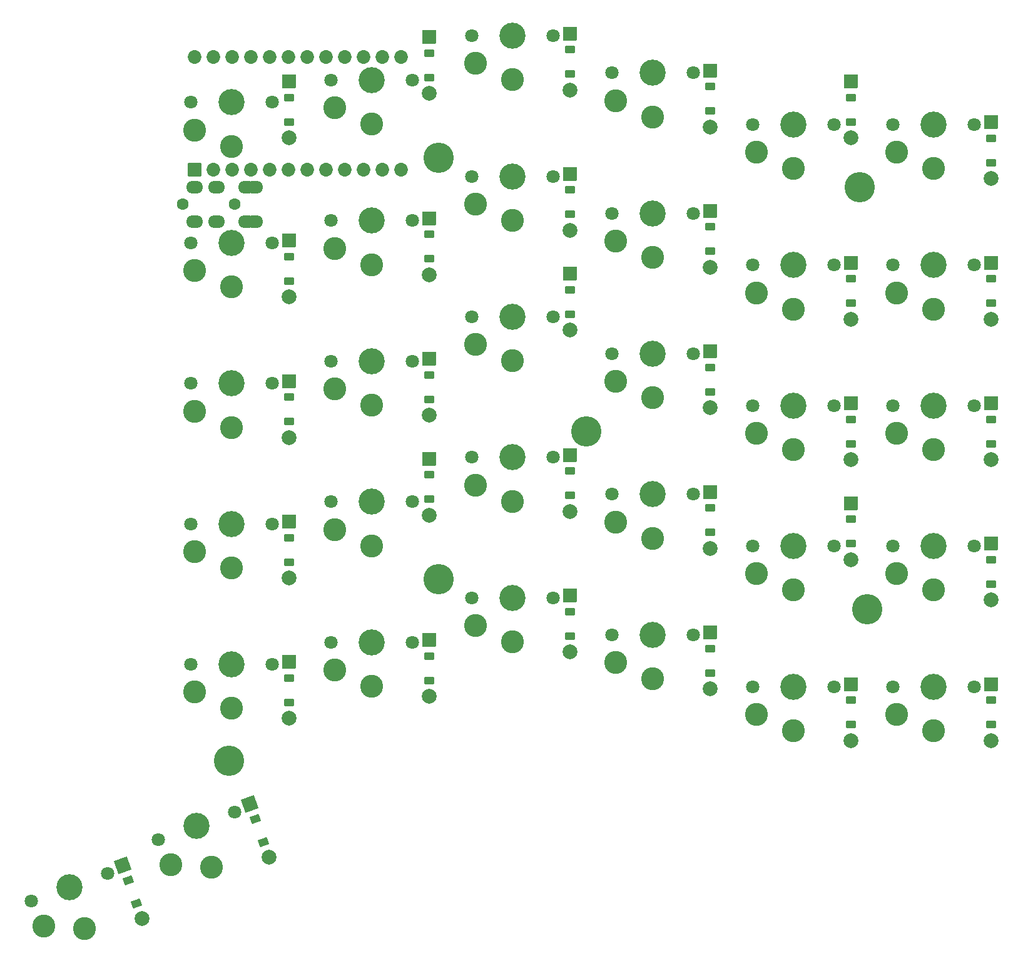
<source format=gts>
%TF.GenerationSoftware,KiCad,Pcbnew,9.0.6*%
%TF.CreationDate,2025-11-12T17:31:49+01:00*%
%TF.ProjectId,right_finished,72696768-745f-4666-996e-69736865642e,1*%
%TF.SameCoordinates,Original*%
%TF.FileFunction,Soldermask,Top*%
%TF.FilePolarity,Negative*%
%FSLAX46Y46*%
G04 Gerber Fmt 4.6, Leading zero omitted, Abs format (unit mm)*
G04 Created by KiCad (PCBNEW 9.0.6) date 2025-11-12 17:31:49*
%MOMM*%
%LPD*%
G01*
G04 APERTURE LIST*
G04 Aperture macros list*
%AMRoundRect*
0 Rectangle with rounded corners*
0 $1 Rounding radius*
0 $2 $3 $4 $5 $6 $7 $8 $9 X,Y pos of 4 corners*
0 Add a 4 corners polygon primitive as box body*
4,1,4,$2,$3,$4,$5,$6,$7,$8,$9,$2,$3,0*
0 Add four circle primitives for the rounded corners*
1,1,$1+$1,$2,$3*
1,1,$1+$1,$4,$5*
1,1,$1+$1,$6,$7*
1,1,$1+$1,$8,$9*
0 Add four rect primitives between the rounded corners*
20,1,$1+$1,$2,$3,$4,$5,0*
20,1,$1+$1,$4,$5,$6,$7,0*
20,1,$1+$1,$6,$7,$8,$9,0*
20,1,$1+$1,$8,$9,$2,$3,0*%
G04 Aperture macros list end*
%ADD10C,4.100000*%
%ADD11RoundRect,0.050000X-0.889000X0.889000X-0.889000X-0.889000X0.889000X-0.889000X0.889000X0.889000X0*%
%ADD12RoundRect,0.050000X-0.600000X0.450000X-0.600000X-0.450000X0.600000X-0.450000X0.600000X0.450000X0*%
%ADD13C,2.005000*%
%ADD14C,1.801800*%
%ADD15C,3.100000*%
%ADD16C,3.529000*%
%ADD17RoundRect,0.050000X-0.876300X-0.876300X0.876300X-0.876300X0.876300X0.876300X-0.876300X0.876300X0*%
%ADD18C,1.852600*%
%ADD19RoundRect,0.050000X-1.139443X0.531331X-0.531331X-1.139443X1.139443X-0.531331X0.531331X1.139443X0*%
%ADD20RoundRect,0.050000X-0.717725X0.217650X-0.409907X-0.628074X0.717725X-0.217650X0.409907X0.628074X0*%
%ADD21C,1.600000*%
%ADD22O,2.300000X1.700000*%
G04 APERTURE END LIST*
D10*
%TO.C,*%
X196225000Y-162050000D03*
%TD*%
D11*
%TO.C,D11*%
X233025000Y-131240000D03*
D12*
X233025000Y-133400000D03*
X233025000Y-136700000D03*
D13*
X233025000Y-138860000D03*
%TD*%
D11*
%TO.C,D29*%
X195025000Y-88740000D03*
D12*
X195025000Y-90900000D03*
X195025000Y-94200000D03*
D13*
X195025000Y-96360000D03*
%TD*%
D14*
%TO.C,S27*%
X173725000Y-154550000D03*
D15*
X168225000Y-160500000D03*
D16*
X168225000Y-154550000D03*
D15*
X163225000Y-158300000D03*
D14*
X162725000Y-154550000D03*
%TD*%
D11*
%TO.C,D25*%
X252025000Y-151740000D03*
D12*
X252025000Y-153900000D03*
X252025000Y-157200000D03*
D13*
X252025000Y-159360000D03*
%TD*%
D11*
%TO.C,D7*%
X252025000Y-138240000D03*
D12*
X252025000Y-140400000D03*
X252025000Y-143700000D03*
D13*
X252025000Y-145860000D03*
%TD*%
D14*
%TO.C,S10*%
X249725000Y-100550000D03*
D15*
X244225000Y-106500000D03*
D16*
X244225000Y-100550000D03*
D15*
X239225000Y-104300000D03*
D14*
X238725000Y-100550000D03*
%TD*%
D11*
%TO.C,D14*%
X214025000Y-164240000D03*
D12*
X214025000Y-166400000D03*
X214025000Y-169700000D03*
D13*
X214025000Y-171860000D03*
%TD*%
D11*
%TO.C,D6*%
X252025000Y-176240000D03*
D12*
X252025000Y-178400000D03*
X252025000Y-181700000D03*
D13*
X252025000Y-183860000D03*
%TD*%
D10*
%TO.C,*%
X167915050Y-186547545D03*
%TD*%
D14*
%TO.C,S21*%
X192725000Y-170550000D03*
D15*
X187225000Y-176500000D03*
D16*
X187225000Y-170550000D03*
D15*
X182225000Y-174300000D03*
D14*
X181725000Y-170550000D03*
%TD*%
D11*
%TO.C,D28*%
X195025000Y-145740000D03*
D12*
X195025000Y-147900000D03*
X195025000Y-151200000D03*
D13*
X195025000Y-153360000D03*
%TD*%
D14*
%TO.C,S28*%
X173725000Y-135550000D03*
D15*
X168225000Y-141500000D03*
D16*
X168225000Y-135550000D03*
D15*
X163225000Y-139300000D03*
D14*
X162725000Y-135550000D03*
%TD*%
D11*
%TO.C,D21*%
X176025000Y-173240000D03*
D12*
X176025000Y-175400000D03*
X176025000Y-178700000D03*
D13*
X176025000Y-180860000D03*
%TD*%
D17*
%TO.C,MCU1*%
X163255000Y-106670000D03*
D18*
X165795000Y-106670000D03*
X168335000Y-106670000D03*
X170875000Y-106670000D03*
X173415000Y-106670000D03*
X175955000Y-106670000D03*
X178495000Y-106670000D03*
X181035000Y-106670000D03*
X183575000Y-106670000D03*
X186115000Y-106670000D03*
X188655000Y-106670000D03*
X191195000Y-106670000D03*
X163255000Y-91430000D03*
X165795000Y-91430000D03*
X168335000Y-91430000D03*
X170875000Y-91430000D03*
X173415000Y-91430000D03*
X175955000Y-91430000D03*
X178495000Y-91430000D03*
X181035000Y-91430000D03*
X183575000Y-91430000D03*
X186115000Y-91430000D03*
X188655000Y-91430000D03*
X191195000Y-91430000D03*
%TD*%
D14*
%TO.C,S13*%
X230725000Y-131550000D03*
D15*
X225225000Y-137500000D03*
D16*
X225225000Y-131550000D03*
D15*
X220225000Y-135300000D03*
D14*
X219725000Y-131550000D03*
%TD*%
%TO.C,S5*%
X268725000Y-100550000D03*
D15*
X263225000Y-106500000D03*
D16*
X263225000Y-100550000D03*
D15*
X258225000Y-104300000D03*
D14*
X257725000Y-100550000D03*
%TD*%
%TO.C,S19*%
X211725000Y-107550000D03*
D15*
X206225000Y-113500000D03*
D16*
X206225000Y-107550000D03*
D15*
X201225000Y-111300000D03*
D14*
X200725000Y-107550000D03*
%TD*%
%TO.C,S17*%
X211725000Y-145550000D03*
D15*
X206225000Y-151500000D03*
D16*
X206225000Y-145550000D03*
D15*
X201225000Y-149300000D03*
D14*
X200725000Y-145550000D03*
%TD*%
%TO.C,S6*%
X249725000Y-176550000D03*
D15*
X244225000Y-182500000D03*
D16*
X244225000Y-176550000D03*
D15*
X239225000Y-180300000D03*
D14*
X238725000Y-176550000D03*
%TD*%
D11*
%TO.C,D1*%
X271025000Y-176240000D03*
D12*
X271025000Y-178400000D03*
X271025000Y-181700000D03*
D13*
X271025000Y-183860000D03*
%TD*%
D14*
%TO.C,S26*%
X173725000Y-173550000D03*
D15*
X168225000Y-179500000D03*
D16*
X168225000Y-173550000D03*
D15*
X163225000Y-177300000D03*
D14*
X162725000Y-173550000D03*
%TD*%
D11*
%TO.C,D17*%
X214025000Y-88240000D03*
D12*
X214025000Y-90400000D03*
X214025000Y-93700000D03*
D13*
X214025000Y-95860000D03*
%TD*%
D14*
%TO.C,S8*%
X249725000Y-138550000D03*
D15*
X244225000Y-144500000D03*
D16*
X244225000Y-138550000D03*
D15*
X239225000Y-142300000D03*
D14*
X238725000Y-138550000D03*
%TD*%
D10*
%TO.C,*%
X253225000Y-109050000D03*
%TD*%
D14*
%TO.C,S18*%
X211725000Y-126550000D03*
D15*
X206225000Y-132500000D03*
D16*
X206225000Y-126550000D03*
D15*
X201225000Y-130300000D03*
D14*
X200725000Y-126550000D03*
%TD*%
%TO.C,S22*%
X192725000Y-151550000D03*
D15*
X187225000Y-157500000D03*
D16*
X187225000Y-151550000D03*
D15*
X182225000Y-155300000D03*
D14*
X181725000Y-151550000D03*
%TD*%
D11*
%TO.C,D22*%
X176025000Y-154240000D03*
D12*
X176025000Y-156400000D03*
X176025000Y-159700000D03*
D13*
X176025000Y-161860000D03*
%TD*%
D14*
%TO.C,S1*%
X268725000Y-176550000D03*
D15*
X263225000Y-182500000D03*
D16*
X263225000Y-176550000D03*
D15*
X258225000Y-180300000D03*
D14*
X257725000Y-176550000D03*
%TD*%
%TO.C,S4*%
X268725000Y-119550000D03*
D15*
X263225000Y-125500000D03*
D16*
X263225000Y-119550000D03*
D15*
X258225000Y-123300000D03*
D14*
X257725000Y-119550000D03*
%TD*%
%TO.C,S31*%
X168643309Y-193518889D03*
D15*
X165510020Y-200991171D03*
D16*
X163475000Y-195400000D03*
D15*
X160059112Y-200633948D03*
D14*
X158306691Y-197281111D03*
%TD*%
%TO.C,S14*%
X230725000Y-112550000D03*
D15*
X225225000Y-118500000D03*
D16*
X225225000Y-112550000D03*
D15*
X220225000Y-116300000D03*
D14*
X219725000Y-112550000D03*
%TD*%
D11*
%TO.C,D23*%
X176025000Y-135240000D03*
D12*
X176025000Y-137400000D03*
X176025000Y-140700000D03*
D13*
X176025000Y-142860000D03*
%TD*%
D11*
%TO.C,D16*%
X214025000Y-107240000D03*
D12*
X214025000Y-109400000D03*
X214025000Y-112700000D03*
D13*
X214025000Y-114860000D03*
%TD*%
D19*
%TO.C,D31*%
X170698576Y-192440938D03*
D20*
X171437340Y-194470674D03*
X172566006Y-197571660D03*
D13*
X173304770Y-199601396D03*
%TD*%
D11*
%TO.C,D18*%
X195025000Y-170240000D03*
D12*
X195025000Y-172400000D03*
X195025000Y-175700000D03*
D13*
X195025000Y-177860000D03*
%TD*%
D11*
%TO.C,D3*%
X271025000Y-138240000D03*
D12*
X271025000Y-140400000D03*
X271025000Y-143700000D03*
D13*
X271025000Y-145860000D03*
%TD*%
D14*
%TO.C,S7*%
X249725000Y-157550000D03*
D15*
X244225000Y-163500000D03*
D16*
X244225000Y-157550000D03*
D15*
X239225000Y-161300000D03*
D14*
X238725000Y-157550000D03*
%TD*%
%TO.C,S15*%
X230725000Y-93550000D03*
D15*
X225225000Y-99500000D03*
D16*
X225225000Y-93550000D03*
D15*
X220225000Y-97300000D03*
D14*
X219725000Y-93550000D03*
%TD*%
%TO.C,S20*%
X211725000Y-88550000D03*
D15*
X206225000Y-94500000D03*
D16*
X206225000Y-88550000D03*
D15*
X201225000Y-92300000D03*
D14*
X200725000Y-88550000D03*
%TD*%
%TO.C,S3*%
X268725000Y-138550000D03*
D15*
X263225000Y-144500000D03*
D16*
X263225000Y-138550000D03*
D15*
X258225000Y-142300000D03*
D14*
X257725000Y-138550000D03*
%TD*%
D11*
%TO.C,D20*%
X195025000Y-113240000D03*
D12*
X195025000Y-115400000D03*
X195025000Y-118700000D03*
D13*
X195025000Y-120860000D03*
%TD*%
D11*
%TO.C,D19*%
X195025000Y-132240000D03*
D12*
X195025000Y-134400000D03*
X195025000Y-137700000D03*
D13*
X195025000Y-139860000D03*
%TD*%
D11*
%TO.C,D12*%
X233025000Y-112240000D03*
D12*
X233025000Y-114400000D03*
X233025000Y-117700000D03*
D13*
X233025000Y-119860000D03*
%TD*%
D14*
%TO.C,S2*%
X268725000Y-157550000D03*
D15*
X263225000Y-163500000D03*
D16*
X263225000Y-157550000D03*
D15*
X258225000Y-161300000D03*
D14*
X257725000Y-157550000D03*
%TD*%
D11*
%TO.C,D9*%
X233025000Y-169240000D03*
D12*
X233025000Y-171400000D03*
X233025000Y-174700000D03*
D13*
X233025000Y-176860000D03*
%TD*%
D11*
%TO.C,D27*%
X214025000Y-120740000D03*
D12*
X214025000Y-122900000D03*
X214025000Y-126200000D03*
D13*
X214025000Y-128360000D03*
%TD*%
D11*
%TO.C,D10*%
X233025000Y-150240000D03*
D12*
X233025000Y-152400000D03*
X233025000Y-155700000D03*
D13*
X233025000Y-157860000D03*
%TD*%
D14*
%TO.C,S30*%
X173725000Y-97550000D03*
D15*
X168225000Y-103500000D03*
D16*
X168225000Y-97550000D03*
D15*
X163225000Y-101300000D03*
D14*
X162725000Y-97550000D03*
%TD*%
D10*
%TO.C,*%
X196225000Y-105050000D03*
%TD*%
D14*
%TO.C,S29*%
X173725000Y-116550000D03*
D15*
X168225000Y-122500000D03*
D16*
X168225000Y-116550000D03*
D15*
X163225000Y-120300000D03*
D14*
X162725000Y-116550000D03*
%TD*%
D21*
%TO.C,TRRS1*%
X161625000Y-111350000D03*
X168625000Y-111350000D03*
D22*
X171325000Y-113650000D03*
X171325000Y-109050000D03*
X170225000Y-113650000D03*
X170225000Y-109050000D03*
X166225000Y-113650000D03*
X166225000Y-109050000D03*
X163225000Y-113650000D03*
X163225000Y-109050000D03*
%TD*%
D11*
%TO.C,D13*%
X233025000Y-93240000D03*
D12*
X233025000Y-95400000D03*
X233025000Y-98700000D03*
D13*
X233025000Y-100860000D03*
%TD*%
D10*
%TO.C,*%
X254225000Y-166050000D03*
%TD*%
D14*
%TO.C,S16*%
X211725000Y-164550000D03*
D15*
X206225000Y-170500000D03*
D16*
X206225000Y-164550000D03*
D15*
X201225000Y-168300000D03*
D14*
X200725000Y-164550000D03*
%TD*%
%TO.C,S24*%
X192725000Y-113550000D03*
D15*
X187225000Y-119500000D03*
D16*
X187225000Y-113550000D03*
D15*
X182225000Y-117300000D03*
D14*
X181725000Y-113550000D03*
%TD*%
D11*
%TO.C,D4*%
X271025000Y-119240000D03*
D12*
X271025000Y-121400000D03*
X271025000Y-124700000D03*
D13*
X271025000Y-126860000D03*
%TD*%
D11*
%TO.C,D2*%
X271025000Y-157240000D03*
D12*
X271025000Y-159400000D03*
X271025000Y-162700000D03*
D13*
X271025000Y-164860000D03*
%TD*%
D14*
%TO.C,S25*%
X192725000Y-94550000D03*
D15*
X187225000Y-100500000D03*
D16*
X187225000Y-94550000D03*
D15*
X182225000Y-98300000D03*
D14*
X181725000Y-94550000D03*
%TD*%
%TO.C,S23*%
X192725000Y-132550000D03*
D15*
X187225000Y-138500000D03*
D16*
X187225000Y-132550000D03*
D15*
X182225000Y-136300000D03*
D14*
X181725000Y-132550000D03*
%TD*%
%TO.C,S9*%
X249725000Y-119550000D03*
D15*
X244225000Y-125500000D03*
D16*
X244225000Y-119550000D03*
D15*
X239225000Y-123300000D03*
D14*
X238725000Y-119550000D03*
%TD*%
%TO.C,S12*%
X230725000Y-150550000D03*
D15*
X225225000Y-156500000D03*
D16*
X225225000Y-150550000D03*
D15*
X220225000Y-154300000D03*
D14*
X219725000Y-150550000D03*
%TD*%
D11*
%TO.C,D8*%
X252025000Y-119240000D03*
D12*
X252025000Y-121400000D03*
X252025000Y-124700000D03*
D13*
X252025000Y-126860000D03*
%TD*%
D11*
%TO.C,D5*%
X271025000Y-100240000D03*
D12*
X271025000Y-102400000D03*
X271025000Y-105700000D03*
D13*
X271025000Y-107860000D03*
%TD*%
D14*
%TO.C,S32*%
X151438988Y-201802688D03*
D15*
X148305699Y-209274970D03*
D16*
X146270679Y-203683799D03*
D15*
X142854791Y-208917747D03*
D14*
X141102370Y-205564910D03*
%TD*%
D10*
%TO.C,*%
X216225000Y-142050000D03*
%TD*%
D11*
%TO.C,D26*%
X252025000Y-94740000D03*
D12*
X252025000Y-96900000D03*
X252025000Y-100200000D03*
D13*
X252025000Y-102360000D03*
%TD*%
D11*
%TO.C,D24*%
X176025000Y-116240000D03*
D12*
X176025000Y-118400000D03*
X176025000Y-121700000D03*
D13*
X176025000Y-123860000D03*
%TD*%
D14*
%TO.C,S11*%
X230725000Y-169550000D03*
D15*
X225225000Y-175500000D03*
D16*
X225225000Y-169550000D03*
D15*
X220225000Y-173300000D03*
D14*
X219725000Y-169550000D03*
%TD*%
D19*
%TO.C,D32*%
X153494254Y-200724737D03*
D20*
X154233018Y-202754473D03*
X155361684Y-205855459D03*
D13*
X156100448Y-207885195D03*
%TD*%
D11*
%TO.C,D15*%
X214025000Y-145240000D03*
D12*
X214025000Y-147400000D03*
X214025000Y-150700000D03*
D13*
X214025000Y-152860000D03*
%TD*%
D11*
%TO.C,D30*%
X176025000Y-94740000D03*
D12*
X176025000Y-96900000D03*
X176025000Y-100200000D03*
D13*
X176025000Y-102360000D03*
%TD*%
M02*

</source>
